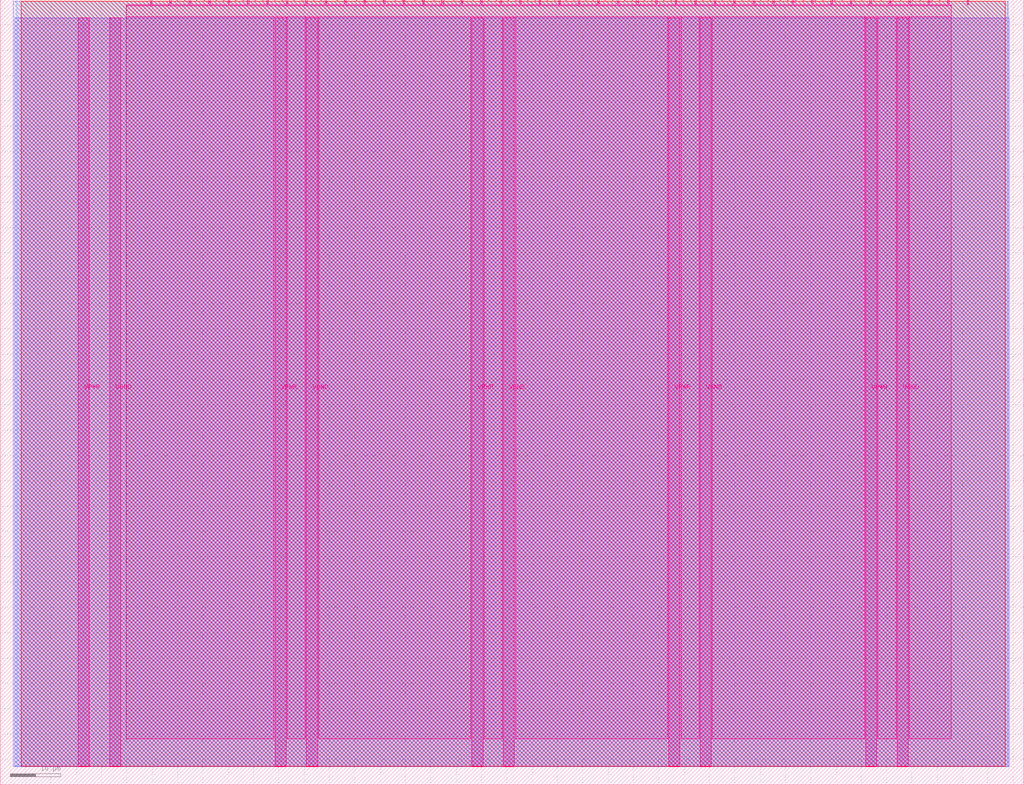
<source format=lef>
VERSION 5.7 ;
  NOWIREEXTENSIONATPIN ON ;
  DIVIDERCHAR "/" ;
  BUSBITCHARS "[]" ;
MACRO tt_um_led_cipher
  CLASS BLOCK ;
  FOREIGN tt_um_led_cipher ;
  ORIGIN 0.000 0.000 ;
  SIZE 202.080 BY 154.980 ;
  PIN VGND
    DIRECTION INOUT ;
    USE GROUND ;
    PORT
      LAYER Metal5 ;
        RECT 21.580 3.560 23.780 151.420 ;
    END
    PORT
      LAYER Metal5 ;
        RECT 60.450 3.560 62.650 151.420 ;
    END
    PORT
      LAYER Metal5 ;
        RECT 99.320 3.560 101.520 151.420 ;
    END
    PORT
      LAYER Metal5 ;
        RECT 138.190 3.560 140.390 151.420 ;
    END
    PORT
      LAYER Metal5 ;
        RECT 177.060 3.560 179.260 151.420 ;
    END
  END VGND
  PIN VPWR
    DIRECTION INOUT ;
    USE POWER ;
    PORT
      LAYER Metal5 ;
        RECT 15.380 3.560 17.580 151.420 ;
    END
    PORT
      LAYER Metal5 ;
        RECT 54.250 3.560 56.450 151.420 ;
    END
    PORT
      LAYER Metal5 ;
        RECT 93.120 3.560 95.320 151.420 ;
    END
    PORT
      LAYER Metal5 ;
        RECT 131.990 3.560 134.190 151.420 ;
    END
    PORT
      LAYER Metal5 ;
        RECT 170.860 3.560 173.060 151.420 ;
    END
  END VPWR
  PIN clk
    DIRECTION INPUT ;
    USE SIGNAL ;
    ANTENNAGATEAREA 0.213200 ;
    PORT
      LAYER Metal5 ;
        RECT 187.050 153.980 187.350 154.980 ;
    END
  END clk
  PIN ena
    DIRECTION INPUT ;
    USE SIGNAL ;
    PORT
      LAYER Metal5 ;
        RECT 190.890 153.980 191.190 154.980 ;
    END
  END ena
  PIN rst_n
    DIRECTION INPUT ;
    USE SIGNAL ;
    ANTENNAGATEAREA 0.180700 ;
    PORT
      LAYER Metal5 ;
        RECT 183.210 153.980 183.510 154.980 ;
    END
  END rst_n
  PIN ui_in[0]
    DIRECTION INPUT ;
    USE SIGNAL ;
    ANTENNAGATEAREA 0.180700 ;
    PORT
      LAYER Metal5 ;
        RECT 179.370 153.980 179.670 154.980 ;
    END
  END ui_in[0]
  PIN ui_in[1]
    DIRECTION INPUT ;
    USE SIGNAL ;
    PORT
      LAYER Metal5 ;
        RECT 175.530 153.980 175.830 154.980 ;
    END
  END ui_in[1]
  PIN ui_in[2]
    DIRECTION INPUT ;
    USE SIGNAL ;
    ANTENNAGATEAREA 0.180700 ;
    PORT
      LAYER Metal5 ;
        RECT 171.690 153.980 171.990 154.980 ;
    END
  END ui_in[2]
  PIN ui_in[3]
    DIRECTION INPUT ;
    USE SIGNAL ;
    ANTENNAGATEAREA 0.180700 ;
    PORT
      LAYER Metal5 ;
        RECT 167.850 153.980 168.150 154.980 ;
    END
  END ui_in[3]
  PIN ui_in[4]
    DIRECTION INPUT ;
    USE SIGNAL ;
    ANTENNAGATEAREA 0.180700 ;
    PORT
      LAYER Metal5 ;
        RECT 164.010 153.980 164.310 154.980 ;
    END
  END ui_in[4]
  PIN ui_in[5]
    DIRECTION INPUT ;
    USE SIGNAL ;
    ANTENNAGATEAREA 0.180700 ;
    PORT
      LAYER Metal5 ;
        RECT 160.170 153.980 160.470 154.980 ;
    END
  END ui_in[5]
  PIN ui_in[6]
    DIRECTION INPUT ;
    USE SIGNAL ;
    PORT
      LAYER Metal5 ;
        RECT 156.330 153.980 156.630 154.980 ;
    END
  END ui_in[6]
  PIN ui_in[7]
    DIRECTION INPUT ;
    USE SIGNAL ;
    PORT
      LAYER Metal5 ;
        RECT 152.490 153.980 152.790 154.980 ;
    END
  END ui_in[7]
  PIN uio_in[0]
    DIRECTION INPUT ;
    USE SIGNAL ;
    PORT
      LAYER Metal5 ;
        RECT 148.650 153.980 148.950 154.980 ;
    END
  END uio_in[0]
  PIN uio_in[1]
    DIRECTION INPUT ;
    USE SIGNAL ;
    PORT
      LAYER Metal5 ;
        RECT 144.810 153.980 145.110 154.980 ;
    END
  END uio_in[1]
  PIN uio_in[2]
    DIRECTION INPUT ;
    USE SIGNAL ;
    PORT
      LAYER Metal5 ;
        RECT 140.970 153.980 141.270 154.980 ;
    END
  END uio_in[2]
  PIN uio_in[3]
    DIRECTION INPUT ;
    USE SIGNAL ;
    PORT
      LAYER Metal5 ;
        RECT 137.130 153.980 137.430 154.980 ;
    END
  END uio_in[3]
  PIN uio_in[4]
    DIRECTION INPUT ;
    USE SIGNAL ;
    PORT
      LAYER Metal5 ;
        RECT 133.290 153.980 133.590 154.980 ;
    END
  END uio_in[4]
  PIN uio_in[5]
    DIRECTION INPUT ;
    USE SIGNAL ;
    PORT
      LAYER Metal5 ;
        RECT 129.450 153.980 129.750 154.980 ;
    END
  END uio_in[5]
  PIN uio_in[6]
    DIRECTION INPUT ;
    USE SIGNAL ;
    PORT
      LAYER Metal5 ;
        RECT 125.610 153.980 125.910 154.980 ;
    END
  END uio_in[6]
  PIN uio_in[7]
    DIRECTION INPUT ;
    USE SIGNAL ;
    PORT
      LAYER Metal5 ;
        RECT 121.770 153.980 122.070 154.980 ;
    END
  END uio_in[7]
  PIN uio_oe[0]
    DIRECTION OUTPUT ;
    USE SIGNAL ;
    ANTENNADIFFAREA 0.299200 ;
    PORT
      LAYER Metal5 ;
        RECT 56.490 153.980 56.790 154.980 ;
    END
  END uio_oe[0]
  PIN uio_oe[1]
    DIRECTION OUTPUT ;
    USE SIGNAL ;
    ANTENNADIFFAREA 0.299200 ;
    PORT
      LAYER Metal5 ;
        RECT 52.650 153.980 52.950 154.980 ;
    END
  END uio_oe[1]
  PIN uio_oe[2]
    DIRECTION OUTPUT ;
    USE SIGNAL ;
    ANTENNADIFFAREA 0.299200 ;
    PORT
      LAYER Metal5 ;
        RECT 48.810 153.980 49.110 154.980 ;
    END
  END uio_oe[2]
  PIN uio_oe[3]
    DIRECTION OUTPUT ;
    USE SIGNAL ;
    ANTENNADIFFAREA 0.299200 ;
    PORT
      LAYER Metal5 ;
        RECT 44.970 153.980 45.270 154.980 ;
    END
  END uio_oe[3]
  PIN uio_oe[4]
    DIRECTION OUTPUT ;
    USE SIGNAL ;
    ANTENNADIFFAREA 0.299200 ;
    PORT
      LAYER Metal5 ;
        RECT 41.130 153.980 41.430 154.980 ;
    END
  END uio_oe[4]
  PIN uio_oe[5]
    DIRECTION OUTPUT ;
    USE SIGNAL ;
    ANTENNADIFFAREA 0.299200 ;
    PORT
      LAYER Metal5 ;
        RECT 37.290 153.980 37.590 154.980 ;
    END
  END uio_oe[5]
  PIN uio_oe[6]
    DIRECTION OUTPUT ;
    USE SIGNAL ;
    ANTENNADIFFAREA 0.299200 ;
    PORT
      LAYER Metal5 ;
        RECT 33.450 153.980 33.750 154.980 ;
    END
  END uio_oe[6]
  PIN uio_oe[7]
    DIRECTION OUTPUT ;
    USE SIGNAL ;
    ANTENNADIFFAREA 0.299200 ;
    PORT
      LAYER Metal5 ;
        RECT 29.610 153.980 29.910 154.980 ;
    END
  END uio_oe[7]
  PIN uio_out[0]
    DIRECTION OUTPUT ;
    USE SIGNAL ;
    ANTENNADIFFAREA 0.299200 ;
    PORT
      LAYER Metal5 ;
        RECT 87.210 153.980 87.510 154.980 ;
    END
  END uio_out[0]
  PIN uio_out[1]
    DIRECTION OUTPUT ;
    USE SIGNAL ;
    ANTENNADIFFAREA 0.299200 ;
    PORT
      LAYER Metal5 ;
        RECT 83.370 153.980 83.670 154.980 ;
    END
  END uio_out[1]
  PIN uio_out[2]
    DIRECTION OUTPUT ;
    USE SIGNAL ;
    ANTENNADIFFAREA 0.299200 ;
    PORT
      LAYER Metal5 ;
        RECT 79.530 153.980 79.830 154.980 ;
    END
  END uio_out[2]
  PIN uio_out[3]
    DIRECTION OUTPUT ;
    USE SIGNAL ;
    ANTENNADIFFAREA 0.299200 ;
    PORT
      LAYER Metal5 ;
        RECT 75.690 153.980 75.990 154.980 ;
    END
  END uio_out[3]
  PIN uio_out[4]
    DIRECTION OUTPUT ;
    USE SIGNAL ;
    ANTENNADIFFAREA 0.299200 ;
    PORT
      LAYER Metal5 ;
        RECT 71.850 153.980 72.150 154.980 ;
    END
  END uio_out[4]
  PIN uio_out[5]
    DIRECTION OUTPUT ;
    USE SIGNAL ;
    ANTENNADIFFAREA 0.299200 ;
    PORT
      LAYER Metal5 ;
        RECT 68.010 153.980 68.310 154.980 ;
    END
  END uio_out[5]
  PIN uio_out[6]
    DIRECTION OUTPUT ;
    USE SIGNAL ;
    ANTENNADIFFAREA 0.299200 ;
    PORT
      LAYER Metal5 ;
        RECT 64.170 153.980 64.470 154.980 ;
    END
  END uio_out[6]
  PIN uio_out[7]
    DIRECTION OUTPUT ;
    USE SIGNAL ;
    ANTENNADIFFAREA 0.299200 ;
    PORT
      LAYER Metal5 ;
        RECT 60.330 153.980 60.630 154.980 ;
    END
  END uio_out[7]
  PIN uo_out[0]
    DIRECTION OUTPUT ;
    USE SIGNAL ;
    ANTENNADIFFAREA 0.654800 ;
    PORT
      LAYER Metal5 ;
        RECT 117.930 153.980 118.230 154.980 ;
    END
  END uo_out[0]
  PIN uo_out[1]
    DIRECTION OUTPUT ;
    USE SIGNAL ;
    ANTENNADIFFAREA 0.654800 ;
    PORT
      LAYER Metal5 ;
        RECT 114.090 153.980 114.390 154.980 ;
    END
  END uo_out[1]
  PIN uo_out[2]
    DIRECTION OUTPUT ;
    USE SIGNAL ;
    ANTENNADIFFAREA 0.299200 ;
    PORT
      LAYER Metal5 ;
        RECT 110.250 153.980 110.550 154.980 ;
    END
  END uo_out[2]
  PIN uo_out[3]
    DIRECTION OUTPUT ;
    USE SIGNAL ;
    ANTENNADIFFAREA 0.299200 ;
    PORT
      LAYER Metal5 ;
        RECT 106.410 153.980 106.710 154.980 ;
    END
  END uo_out[3]
  PIN uo_out[4]
    DIRECTION OUTPUT ;
    USE SIGNAL ;
    ANTENNADIFFAREA 0.299200 ;
    PORT
      LAYER Metal5 ;
        RECT 102.570 153.980 102.870 154.980 ;
    END
  END uo_out[4]
  PIN uo_out[5]
    DIRECTION OUTPUT ;
    USE SIGNAL ;
    ANTENNADIFFAREA 0.299200 ;
    PORT
      LAYER Metal5 ;
        RECT 98.730 153.980 99.030 154.980 ;
    END
  END uo_out[5]
  PIN uo_out[6]
    DIRECTION OUTPUT ;
    USE SIGNAL ;
    ANTENNADIFFAREA 0.299200 ;
    PORT
      LAYER Metal5 ;
        RECT 94.890 153.980 95.190 154.980 ;
    END
  END uo_out[6]
  PIN uo_out[7]
    DIRECTION OUTPUT ;
    USE SIGNAL ;
    ANTENNADIFFAREA 0.299200 ;
    PORT
      LAYER Metal5 ;
        RECT 91.050 153.980 91.350 154.980 ;
    END
  END uo_out[7]
  OBS
      LAYER GatPoly ;
        RECT 2.880 3.630 199.200 151.350 ;
      LAYER Metal1 ;
        RECT 2.880 3.560 199.200 151.420 ;
      LAYER Metal2 ;
        RECT 2.605 3.680 198.995 154.660 ;
      LAYER Metal3 ;
        RECT 3.260 3.635 198.820 154.705 ;
      LAYER Metal4 ;
        RECT 4.175 3.680 198.385 154.660 ;
      LAYER Metal5 ;
        RECT 24.860 153.770 29.400 153.980 ;
        RECT 30.120 153.770 33.240 153.980 ;
        RECT 33.960 153.770 37.080 153.980 ;
        RECT 37.800 153.770 40.920 153.980 ;
        RECT 41.640 153.770 44.760 153.980 ;
        RECT 45.480 153.770 48.600 153.980 ;
        RECT 49.320 153.770 52.440 153.980 ;
        RECT 53.160 153.770 56.280 153.980 ;
        RECT 57.000 153.770 60.120 153.980 ;
        RECT 60.840 153.770 63.960 153.980 ;
        RECT 64.680 153.770 67.800 153.980 ;
        RECT 68.520 153.770 71.640 153.980 ;
        RECT 72.360 153.770 75.480 153.980 ;
        RECT 76.200 153.770 79.320 153.980 ;
        RECT 80.040 153.770 83.160 153.980 ;
        RECT 83.880 153.770 87.000 153.980 ;
        RECT 87.720 153.770 90.840 153.980 ;
        RECT 91.560 153.770 94.680 153.980 ;
        RECT 95.400 153.770 98.520 153.980 ;
        RECT 99.240 153.770 102.360 153.980 ;
        RECT 103.080 153.770 106.200 153.980 ;
        RECT 106.920 153.770 110.040 153.980 ;
        RECT 110.760 153.770 113.880 153.980 ;
        RECT 114.600 153.770 117.720 153.980 ;
        RECT 118.440 153.770 121.560 153.980 ;
        RECT 122.280 153.770 125.400 153.980 ;
        RECT 126.120 153.770 129.240 153.980 ;
        RECT 129.960 153.770 133.080 153.980 ;
        RECT 133.800 153.770 136.920 153.980 ;
        RECT 137.640 153.770 140.760 153.980 ;
        RECT 141.480 153.770 144.600 153.980 ;
        RECT 145.320 153.770 148.440 153.980 ;
        RECT 149.160 153.770 152.280 153.980 ;
        RECT 153.000 153.770 156.120 153.980 ;
        RECT 156.840 153.770 159.960 153.980 ;
        RECT 160.680 153.770 163.800 153.980 ;
        RECT 164.520 153.770 167.640 153.980 ;
        RECT 168.360 153.770 171.480 153.980 ;
        RECT 172.200 153.770 175.320 153.980 ;
        RECT 176.040 153.770 179.160 153.980 ;
        RECT 179.880 153.770 183.000 153.980 ;
        RECT 183.720 153.770 186.840 153.980 ;
        RECT 187.560 153.770 187.780 153.980 ;
        RECT 24.860 151.630 187.780 153.770 ;
        RECT 24.860 9.095 54.040 151.630 ;
        RECT 56.660 9.095 60.240 151.630 ;
        RECT 62.860 9.095 92.910 151.630 ;
        RECT 95.530 9.095 99.110 151.630 ;
        RECT 101.730 9.095 131.780 151.630 ;
        RECT 134.400 9.095 137.980 151.630 ;
        RECT 140.600 9.095 170.650 151.630 ;
        RECT 173.270 9.095 176.850 151.630 ;
        RECT 179.470 9.095 187.780 151.630 ;
  END
END tt_um_led_cipher
END LIBRARY


</source>
